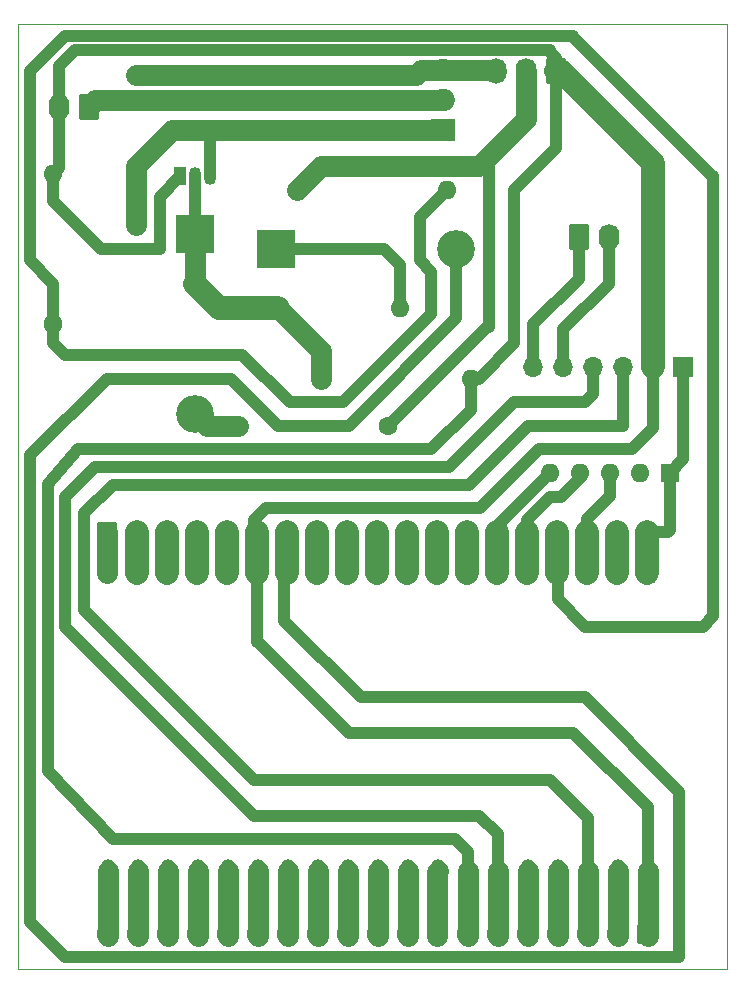
<source format=gbr>
%TF.GenerationSoftware,KiCad,Pcbnew,8.0.8-8.0.8-0~ubuntu22.04.1*%
%TF.CreationDate,2025-02-12T21:06:57+01:00*%
%TF.ProjectId,BrakeOutBoard,4272616b-654f-4757-9442-6f6172642e6b,rev?*%
%TF.SameCoordinates,Original*%
%TF.FileFunction,Profile,NP*%
%FSLAX46Y46*%
G04 Gerber Fmt 4.6, Leading zero omitted, Abs format (unit mm)*
G04 Created by KiCad (PCBNEW 8.0.8-8.0.8-0~ubuntu22.04.1) date 2025-02-12 21:06:57*
%MOMM*%
%LPD*%
G01*
G04 APERTURE LIST*
G04 Aperture macros list*
%AMRoundRect*
0 Rectangle with rounded corners*
0 $1 Rounding radius*
0 $2 $3 $4 $5 $6 $7 $8 $9 X,Y pos of 4 corners*
0 Add a 4 corners polygon primitive as box body*
4,1,4,$2,$3,$4,$5,$6,$7,$8,$9,$2,$3,0*
0 Add four circle primitives for the rounded corners*
1,1,$1+$1,$2,$3*
1,1,$1+$1,$4,$5*
1,1,$1+$1,$6,$7*
1,1,$1+$1,$8,$9*
0 Add four rect primitives between the rounded corners*
20,1,$1+$1,$2,$3,$4,$5,0*
20,1,$1+$1,$4,$5,$6,$7,0*
20,1,$1+$1,$6,$7,$8,$9,0*
20,1,$1+$1,$8,$9,$2,$3,0*%
G04 Aperture macros list end*
%TA.AperFunction,Profile*%
%ADD10C,0.050000*%
%TD*%
%TA.AperFunction,ComponentPad*%
%ADD11RoundRect,0.250000X-0.620000X-0.845000X0.620000X-0.845000X0.620000X0.845000X-0.620000X0.845000X0*%
%TD*%
%TA.AperFunction,ComponentPad*%
%ADD12O,1.740000X2.190000*%
%TD*%
%TA.AperFunction,ComponentPad*%
%ADD13R,1.050000X1.500000*%
%TD*%
%TA.AperFunction,ComponentPad*%
%ADD14O,1.050000X1.500000*%
%TD*%
%TA.AperFunction,ComponentPad*%
%ADD15C,1.600000*%
%TD*%
%TA.AperFunction,ComponentPad*%
%ADD16O,1.600000X1.600000*%
%TD*%
%TA.AperFunction,ComponentPad*%
%ADD17R,3.200000X3.200000*%
%TD*%
%TA.AperFunction,ComponentPad*%
%ADD18O,3.200000X3.200000*%
%TD*%
%TA.AperFunction,ComponentPad*%
%ADD19R,2.000000X1.905000*%
%TD*%
%TA.AperFunction,ComponentPad*%
%ADD20O,2.000000X1.905000*%
%TD*%
%TA.AperFunction,ComponentPad*%
%ADD21R,1.700000X1.700000*%
%TD*%
%TA.AperFunction,ComponentPad*%
%ADD22O,1.700000X1.700000*%
%TD*%
%TA.AperFunction,ComponentPad*%
%ADD23RoundRect,0.250000X-0.620000X-0.620000X0.620000X-0.620000X0.620000X0.620000X-0.620000X0.620000X0*%
%TD*%
%TA.AperFunction,ComponentPad*%
%ADD24C,1.740000*%
%TD*%
%TA.AperFunction,ComponentPad*%
%ADD25RoundRect,0.250000X0.620000X0.845000X-0.620000X0.845000X-0.620000X-0.845000X0.620000X-0.845000X0*%
%TD*%
%TA.AperFunction,ComponentPad*%
%ADD26R,1.600000X1.600000*%
%TD*%
%TA.AperFunction,ComponentPad*%
%ADD27R,1.200000X2.000000*%
%TD*%
%TA.AperFunction,ComponentPad*%
%ADD28O,1.200000X2.000000*%
%TD*%
%TA.AperFunction,ComponentPad*%
%ADD29RoundRect,0.250000X0.620000X0.620000X-0.620000X0.620000X-0.620000X-0.620000X0.620000X-0.620000X0*%
%TD*%
%TA.AperFunction,Conductor*%
%ADD30C,1.800000*%
%TD*%
%TA.AperFunction,Conductor*%
%ADD31C,2.000000*%
%TD*%
%TA.AperFunction,Conductor*%
%ADD32C,1.000000*%
%TD*%
G04 APERTURE END LIST*
D10*
X50000000Y-50000000D02*
X110000000Y-50000000D01*
X110000000Y-130000000D01*
X50000000Y-130000000D01*
X50000000Y-50000000D01*
D11*
%TO.P,J4,1,Pin_1*%
%TO.N,Net-(J3-Pin_6)*%
X97460000Y-68000000D03*
D12*
%TO.P,J4,2,Pin_2*%
%TO.N,Net-(J3-Pin_5)*%
X100000000Y-68000000D03*
%TD*%
D13*
%TO.P,Q2,1,E*%
%TO.N,GND*%
X63730000Y-62860000D03*
D14*
%TO.P,Q2,2,B*%
%TO.N,Net-(D1-K)*%
X65000000Y-62860000D03*
%TO.P,Q2,3,C*%
%TO.N,Net-(Q1-G)*%
X66270000Y-62860000D03*
%TD*%
D15*
%TO.P,R3,1*%
%TO.N,/K30*%
X60000000Y-54300000D03*
D16*
%TO.P,R3,2*%
%TO.N,Net-(Q1-G)*%
X60000000Y-67000000D03*
%TD*%
D17*
%TO.P,D1,1,K*%
%TO.N,Net-(D1-K)*%
X65000000Y-67760000D03*
D18*
%TO.P,D1,2,A*%
%TO.N,Net-(D1-A)*%
X65000000Y-83000000D03*
%TD*%
D19*
%TO.P,Q1,1,G*%
%TO.N,Net-(Q1-G)*%
X86000000Y-59000000D03*
D20*
%TO.P,Q1,2,D*%
%TO.N,/12 V out*%
X86000000Y-56460000D03*
%TO.P,Q1,3,S*%
%TO.N,/K30*%
X86000000Y-53920000D03*
%TD*%
D15*
%TO.P,R6,1*%
%TO.N,Net-(D1-K)*%
X69650000Y-74000000D03*
D16*
%TO.P,R6,2*%
%TO.N,Net-(D2-K)*%
X82350000Y-74000000D03*
%TD*%
D21*
%TO.P,J3,1,Pin_1*%
%TO.N,Net-(ESP1-3V3)*%
X106325000Y-79025000D03*
D22*
%TO.P,J3,2,Pin_2*%
%TO.N,GND*%
X103785000Y-79025000D03*
%TO.P,J3,3,Pin_3*%
%TO.N,Net-(ESP1-GPIO22)*%
X101245000Y-79025000D03*
%TO.P,J3,4,Pin_4*%
%TO.N,Net-(ESP1-GPIO21)*%
X98705000Y-79025000D03*
%TO.P,J3,5,Pin_5*%
%TO.N,Net-(J3-Pin_5)*%
X96165000Y-79025000D03*
%TO.P,J3,6,Pin_6*%
%TO.N,Net-(J3-Pin_6)*%
X93625000Y-79025000D03*
%TD*%
D15*
%TO.P,R2,1*%
%TO.N,/K15*%
X73650000Y-64000000D03*
D16*
%TO.P,R2,2*%
%TO.N,/Volt Measurement*%
X86350000Y-64000000D03*
%TD*%
D23*
%TO.P,ESP32_1,1,Pin_1*%
%TO.N,Net-(ESP1-5V)*%
X57500000Y-93000000D03*
D24*
%TO.P,ESP32_1,2,Pin_2*%
%TO.N,Net-(ESP1-CMD)*%
X60040000Y-93000000D03*
%TO.P,ESP32_1,3,Pin_3*%
%TO.N,Net-(ESP1-SD_DATA3{slash}GPIO10)*%
X62580000Y-93000000D03*
%TO.P,ESP32_1,4,Pin_4*%
%TO.N,Net-(ESP1-SD_DATA2{slash}GPIO9)*%
X65120000Y-93000000D03*
%TO.P,ESP32_1,5,Pin_5*%
%TO.N,Net-(ESP1-MTCK{slash}GPIO13{slash}ADC2_CH4)*%
X67660000Y-93000000D03*
%TO.P,ESP32_1,6,Pin_6*%
%TO.N,GND*%
X70200000Y-93000000D03*
%TO.P,ESP32_1,7,Pin_7*%
%TO.N,/Stay On*%
X72740000Y-93000000D03*
%TO.P,ESP32_1,8,Pin_8*%
%TO.N,Net-(ESP1-MTMS{slash}GPIO14{slash}ADC2_CH6)*%
X75280000Y-93000000D03*
%TO.P,ESP32_1,9,Pin_9*%
%TO.N,Net-(ESP1-ADC2_CH7{slash}GPIO27)*%
X77820000Y-93000000D03*
%TO.P,ESP32_1,10,Pin_10*%
%TO.N,Net-(ESP1-DAC_2{slash}ADC2_CH9{slash}GPIO26)*%
X80360000Y-93000000D03*
%TO.P,ESP32_1,11,Pin_11*%
%TO.N,Net-(ESP1-DAC_1{slash}ADC2_CH8{slash}GPIO25)*%
X82900000Y-93000000D03*
%TO.P,ESP32_1,12,Pin_12*%
%TO.N,Net-(ESP1-32K_XN{slash}GPIO33{slash}ADC1_CH5)*%
X85440000Y-93000000D03*
%TO.P,ESP32_1,13,Pin_13*%
%TO.N,Net-(ESP1-32K_XP{slash}GPIO32{slash}ADC1_CH4)*%
X87980000Y-93000000D03*
%TO.P,ESP32_1,14,Pin_14*%
%TO.N,Pin 22 (motor cap)*%
X90520000Y-93000000D03*
%TO.P,ESP32_1,15,Pin_15*%
%TO.N,Pin 7 (brake pad)*%
X93060000Y-93000000D03*
%TO.P,ESP32_1,16,Pin_16*%
%TO.N,/Volt Measurement*%
X95600000Y-93000000D03*
%TO.P,ESP32_1,17,Pin_17*%
%TO.N,Net-(ESP1-SENSOR_VP{slash}GPIO36{slash}ADC1_CH0)*%
X98140000Y-93000000D03*
%TO.P,ESP32_1,18,Pin_18*%
%TO.N,Net-(ESP1-RESET)*%
X100680000Y-93000000D03*
%TO.P,ESP32_1,19,Pin_19*%
%TO.N,Net-(ESP1-3V3)*%
X103220000Y-93000000D03*
%TD*%
D15*
%TO.P,R5,1*%
%TO.N,Net-(D1-K)*%
X75650000Y-80000000D03*
D16*
%TO.P,R5,2*%
%TO.N,GND*%
X88350000Y-80000000D03*
%TD*%
D25*
%TO.P,J5,1,Pin_1*%
%TO.N,/12 V out*%
X56000000Y-57000000D03*
D12*
%TO.P,J5,2,Pin_2*%
%TO.N,GND*%
X53460000Y-57000000D03*
%TD*%
D25*
%TO.P,J2,1,Pin_1*%
%TO.N,GND*%
X95540000Y-54000000D03*
D12*
%TO.P,J2,2,Pin_2*%
%TO.N,/K15*%
X93000000Y-54000000D03*
%TO.P,J2,3,Pin_3*%
%TO.N,/K30*%
X90460000Y-54000000D03*
%TD*%
D26*
%TO.P,RN1,1,common*%
%TO.N,Net-(ESP1-3V3)*%
X105160000Y-88000000D03*
D16*
%TO.P,RN1,2,R1*%
%TO.N,unconnected-(RN1-R1-Pad2)*%
X102620000Y-88000000D03*
%TO.P,RN1,3,R2*%
%TO.N,Net-(ESP1-SENSOR_VP{slash}GPIO36{slash}ADC1_CH0)*%
X100080000Y-88000000D03*
%TO.P,RN1,4,R3*%
%TO.N,Pin 7 (brake pad)*%
X97540000Y-88000000D03*
%TO.P,RN1,5,R4*%
%TO.N,Pin 22 (motor cap)*%
X95000000Y-88000000D03*
%TD*%
D17*
%TO.P,D2,1,K*%
%TO.N,Net-(D2-K)*%
X71880000Y-69000000D03*
D18*
%TO.P,D2,2,A*%
%TO.N,/Stay On*%
X87120000Y-69000000D03*
%TD*%
D15*
%TO.P,R4,1*%
%TO.N,/Volt Measurement*%
X53000000Y-75350000D03*
D16*
%TO.P,R4,2*%
%TO.N,GND*%
X53000000Y-62650000D03*
%TD*%
D27*
%TO.P,ESP1,1,3V3*%
%TO.N,Net-(ESP1-3V3)*%
X103300000Y-96300000D03*
D28*
%TO.P,ESP1,2,RESET*%
%TO.N,Net-(ESP1-RESET)*%
X100760000Y-96300000D03*
%TO.P,ESP1,3,SENSOR_VP/GPIO36/ADC1_CH0*%
%TO.N,Net-(ESP1-SENSOR_VP{slash}GPIO36{slash}ADC1_CH0)*%
X98220000Y-96300000D03*
%TO.P,ESP1,4,SENSOR_VN/GPIO39/ADC1_CH3*%
%TO.N,/Volt Measurement*%
X95680000Y-96300000D03*
%TO.P,ESP1,5,VDET_1/GPIO34/ADC1_CH6*%
%TO.N,Pin 7 (brake pad)*%
X93140000Y-96300000D03*
%TO.P,ESP1,6,VDET_2/GPIO35/ADC1_CH7*%
%TO.N,Pin 22 (motor cap)*%
X90600000Y-96300000D03*
%TO.P,ESP1,7,32K_XP/GPIO32/ADC1_CH4*%
%TO.N,Net-(ESP1-32K_XP{slash}GPIO32{slash}ADC1_CH4)*%
X88060000Y-96300000D03*
%TO.P,ESP1,8,32K_XN/GPIO33/ADC1_CH5*%
%TO.N,Net-(ESP1-32K_XN{slash}GPIO33{slash}ADC1_CH5)*%
X85520000Y-96300000D03*
%TO.P,ESP1,9,DAC_1/ADC2_CH8/GPIO25*%
%TO.N,Net-(ESP1-DAC_1{slash}ADC2_CH8{slash}GPIO25)*%
X82980000Y-96300000D03*
%TO.P,ESP1,10,DAC_2/ADC2_CH9/GPIO26*%
%TO.N,Net-(ESP1-DAC_2{slash}ADC2_CH9{slash}GPIO26)*%
X80440000Y-96300000D03*
%TO.P,ESP1,11,ADC2_CH7/GPIO27*%
%TO.N,Net-(ESP1-ADC2_CH7{slash}GPIO27)*%
X77900000Y-96300000D03*
%TO.P,ESP1,12,MTMS/GPIO14/ADC2_CH6*%
%TO.N,Net-(ESP1-MTMS{slash}GPIO14{slash}ADC2_CH6)*%
X75360000Y-96300000D03*
%TO.P,ESP1,13,MTDI/GPIO12/ADC2_CH5*%
%TO.N,/Stay On*%
X72820000Y-96300000D03*
%TO.P,ESP1,14,GND*%
%TO.N,GND*%
X70280000Y-96300000D03*
%TO.P,ESP1,15,MTCK/GPIO13/ADC2_CH4*%
%TO.N,Net-(ESP1-MTCK{slash}GPIO13{slash}ADC2_CH4)*%
X67740000Y-96300000D03*
%TO.P,ESP1,16,SD_DATA2/GPIO9*%
%TO.N,Net-(ESP1-SD_DATA2{slash}GPIO9)*%
X65200000Y-96300000D03*
%TO.P,ESP1,17,SD_DATA3/GPIO10*%
%TO.N,Net-(ESP1-SD_DATA3{slash}GPIO10)*%
X62660000Y-96300000D03*
%TO.P,ESP1,18,CMD*%
%TO.N,Net-(ESP1-CMD)*%
X60120000Y-96300000D03*
%TO.P,ESP1,19,5V*%
%TO.N,Net-(ESP1-5V)*%
X57580000Y-96300000D03*
%TO.P,ESP1,20,SD_CLK/GPIO6*%
%TO.N,Net-(ESP1-SD_CLK{slash}GPIO6)*%
X57582720Y-121696320D03*
%TO.P,ESP1,21,SD_DATA0/GPIO7*%
%TO.N,Net-(ESP1-SD_DATA0{slash}GPIO7)*%
X60122720Y-121696320D03*
%TO.P,ESP1,22,SD_DATA1/GPIO8*%
%TO.N,Net-(ESP1-SD_DATA1{slash}GPIO8)*%
X62660000Y-121700000D03*
%TO.P,ESP1,23,MTDO/GPIO15/ADC2_CH3*%
%TO.N,Net-(ESP1-MTDO{slash}GPIO15{slash}ADC2_CH3)*%
X65200000Y-121700000D03*
%TO.P,ESP1,24,ADC2_CH2/GPIO2*%
%TO.N,Net-(ESP1-ADC2_CH2{slash}GPIO2)*%
X67740000Y-121700000D03*
%TO.P,ESP1,25,GPIO0/BOOT/ADC2_CH1*%
%TO.N,Net-(ESP1-GPIO0{slash}BOOT{slash}ADC2_CH1)*%
X70280000Y-121700000D03*
%TO.P,ESP1,26,ADC2_CH0/GPIO4*%
%TO.N,Net-(ESP1-ADC2_CH0{slash}GPIO4)*%
X72820000Y-121700000D03*
%TO.P,ESP1,27,GPIO16*%
%TO.N,Net-(ESP1-GPIO16)*%
X75360000Y-121700000D03*
%TO.P,ESP1,28,GPIO17*%
%TO.N,Net-(ESP1-GPIO17)*%
X77900000Y-121700000D03*
%TO.P,ESP1,29,GPIO5*%
%TO.N,Net-(ESP1-GPIO5)*%
X80440000Y-121700000D03*
%TO.P,ESP1,30,GPIO18*%
%TO.N,Net-(ESP1-GPIO18)*%
X82980000Y-121700000D03*
%TO.P,ESP1,31,GPIO19*%
%TO.N,Net-(ESP1-GPIO19)*%
X85520000Y-121700000D03*
%TO.P,ESP1,32,GND*%
%TO.N,GND*%
X88060000Y-121700000D03*
%TO.P,ESP1,33,GPIO21*%
%TO.N,Net-(ESP1-GPIO21)*%
X90600000Y-121700000D03*
%TO.P,ESP1,34,U0RXD/GPIO3*%
%TO.N,Net-(ESP1-U0RXD{slash}GPIO3)*%
X93140000Y-121700000D03*
%TO.P,ESP1,35,U0TXD/GPIO1*%
%TO.N,Net-(ESP1-U0TXD{slash}GPIO1)*%
X95680000Y-121700000D03*
%TO.P,ESP1,36,GPIO22*%
%TO.N,Net-(ESP1-GPIO22)*%
X98220000Y-121700000D03*
%TO.P,ESP1,37,GPIO23*%
%TO.N,Net-(ESP1-GPIO23)*%
X100760000Y-121700000D03*
%TO.P,ESP1,38,GND*%
%TO.N,GND*%
X103300000Y-121700000D03*
%TD*%
D15*
%TO.P,R1,1*%
%TO.N,/K15*%
X81350000Y-84000000D03*
D16*
%TO.P,R1,2*%
%TO.N,Net-(D1-A)*%
X68650000Y-84000000D03*
%TD*%
D29*
%TO.P,ESP32_2,1,Pin_1*%
%TO.N,GND*%
X103250000Y-127000000D03*
D24*
%TO.P,ESP32_2,2,Pin_2*%
%TO.N,Net-(ESP1-GPIO23)*%
X100710000Y-127000000D03*
%TO.P,ESP32_2,3,Pin_3*%
%TO.N,Net-(ESP1-GPIO22)*%
X98170000Y-127000000D03*
%TO.P,ESP32_2,4,Pin_4*%
%TO.N,Net-(ESP1-U0TXD{slash}GPIO1)*%
X95630000Y-127000000D03*
%TO.P,ESP32_2,5,Pin_5*%
%TO.N,Net-(ESP1-U0RXD{slash}GPIO3)*%
X93090000Y-127000000D03*
%TO.P,ESP32_2,6,Pin_6*%
%TO.N,Net-(ESP1-GPIO21)*%
X90550000Y-127000000D03*
%TO.P,ESP32_2,7,Pin_7*%
%TO.N,GND*%
X88010000Y-127000000D03*
%TO.P,ESP32_2,8,Pin_8*%
%TO.N,Net-(ESP1-GPIO19)*%
X85470000Y-127000000D03*
%TO.P,ESP32_2,9,Pin_9*%
%TO.N,Net-(ESP1-GPIO18)*%
X82930000Y-127000000D03*
%TO.P,ESP32_2,10,Pin_10*%
%TO.N,Net-(ESP1-GPIO5)*%
X80390000Y-127000000D03*
%TO.P,ESP32_2,11,Pin_11*%
%TO.N,Net-(ESP1-GPIO17)*%
X77850000Y-127000000D03*
%TO.P,ESP32_2,12,Pin_12*%
%TO.N,Net-(ESP1-GPIO16)*%
X75310000Y-127000000D03*
%TO.P,ESP32_2,13,Pin_13*%
%TO.N,Net-(ESP1-ADC2_CH0{slash}GPIO4)*%
X72770000Y-127000000D03*
%TO.P,ESP32_2,14,Pin_14*%
%TO.N,Net-(ESP1-GPIO0{slash}BOOT{slash}ADC2_CH1)*%
X70230000Y-127000000D03*
%TO.P,ESP32_2,15,Pin_15*%
%TO.N,Net-(ESP1-ADC2_CH2{slash}GPIO2)*%
X67690000Y-127000000D03*
%TO.P,ESP32_2,16,Pin_16*%
%TO.N,Net-(ESP1-MTDO{slash}GPIO15{slash}ADC2_CH3)*%
X65150000Y-127000000D03*
%TO.P,ESP32_2,17,Pin_17*%
%TO.N,Net-(ESP1-SD_DATA1{slash}GPIO8)*%
X62610000Y-127000000D03*
%TO.P,ESP32_2,18,Pin_18*%
%TO.N,Net-(ESP1-SD_DATA0{slash}GPIO7)*%
X60070000Y-127000000D03*
%TO.P,ESP32_2,19,Pin_19*%
%TO.N,Net-(ESP1-SD_CLK{slash}GPIO6)*%
X57530000Y-127000000D03*
%TD*%
D30*
%TO.N,Net-(D1-A)*%
X68650000Y-84000000D02*
X66000000Y-84000000D01*
X66000000Y-84000000D02*
X65000000Y-83000000D01*
D31*
%TO.N,Net-(D1-K)*%
X72000000Y-74000000D02*
X69650000Y-74000000D01*
D30*
X75650000Y-77650000D02*
X75650000Y-80000000D01*
D32*
X65000000Y-62860000D02*
X65000000Y-67880000D01*
D31*
X67000000Y-74000000D02*
X69650000Y-74000000D01*
D30*
X65000000Y-72000000D02*
X65000000Y-67760000D01*
D31*
X67000000Y-74000000D02*
X65000000Y-72000000D01*
D30*
X72000000Y-74000000D02*
X75650000Y-77650000D01*
D32*
%TO.N,Net-(D2-K)*%
X82350000Y-74000000D02*
X82350000Y-70350000D01*
X81000000Y-69000000D02*
X71880000Y-69000000D01*
X82350000Y-70350000D02*
X81000000Y-69000000D01*
D30*
%TO.N,Net-(Q1-G)*%
X86000000Y-59000000D02*
X63000000Y-59000000D01*
D32*
X66270000Y-62860000D02*
X66270000Y-59230000D01*
D30*
X63000000Y-59000000D02*
X60000000Y-62000000D01*
X60000000Y-62000000D02*
X60000000Y-67000000D01*
D32*
%TO.N,/Stay On*%
X78000000Y-84000000D02*
X87120000Y-74880000D01*
X57500000Y-80000000D02*
X68000000Y-80000000D01*
X72540000Y-100540000D02*
X79000000Y-107000000D01*
X54000000Y-129000000D02*
X51000000Y-126000000D01*
X51000000Y-86500000D02*
X57500000Y-80000000D01*
X87120000Y-74880000D02*
X87120000Y-69000000D01*
X72000000Y-84000000D02*
X78000000Y-84000000D01*
X51000000Y-126000000D02*
X51000000Y-86500000D01*
X98000000Y-107000000D02*
X106000000Y-115000000D01*
X106000000Y-129000000D02*
X54000000Y-129000000D01*
X72540000Y-96300000D02*
X72540000Y-100540000D01*
X106000000Y-115000000D02*
X106000000Y-129000000D01*
X79000000Y-107000000D02*
X98000000Y-107000000D01*
D31*
X72740000Y-93000000D02*
X72740000Y-96500000D01*
D32*
X68000000Y-80000000D02*
X72000000Y-84000000D01*
D31*
%TO.N,Net-(ESP1-ADC2_CH7{slash}GPIO27)*%
X77820000Y-93000000D02*
X77820000Y-96500000D01*
%TO.N,Net-(ESP1-SD_DATA3{slash}GPIO10)*%
X62580000Y-93000000D02*
X62580000Y-96500000D01*
D30*
%TO.N,Net-(ESP1-MTDO{slash}GPIO15{slash}ADC2_CH3)*%
X65200000Y-121700000D02*
X65200000Y-127200000D01*
%TO.N,Net-(ESP1-GPIO16)*%
X75360000Y-121700000D02*
X75360000Y-127200000D01*
D31*
%TO.N,GND*%
X70200000Y-93000000D02*
X70200000Y-96500000D01*
X96000000Y-54000000D02*
X95540000Y-54000000D01*
D32*
X88060000Y-120060000D02*
X87000000Y-119000000D01*
X95540000Y-60460000D02*
X95540000Y-54000000D01*
X62000000Y-64590000D02*
X63730000Y-62860000D01*
X103300000Y-116300000D02*
X103300000Y-121700000D01*
X95540000Y-54000000D02*
X95540000Y-52905000D01*
X54800000Y-52200000D02*
X94835000Y-52200000D01*
X55102944Y-86000000D02*
X85000000Y-86000000D01*
X89091168Y-91000000D02*
X71000000Y-91000000D01*
X88060000Y-121700000D02*
X88060000Y-120060000D01*
D30*
X88060000Y-121700000D02*
X88060000Y-127200000D01*
D32*
X102000000Y-86000000D02*
X94091168Y-86000000D01*
X92000000Y-64000000D02*
X95540000Y-60460000D01*
X88350000Y-82650000D02*
X88350000Y-80000000D01*
X70280000Y-102280000D02*
X78000000Y-110000000D01*
X54800000Y-52200000D02*
X53460000Y-53540000D01*
X53460000Y-62190000D02*
X53000000Y-62650000D01*
X52500000Y-88902944D02*
X55102944Y-86000000D01*
X70200000Y-102280000D02*
X70200000Y-96300000D01*
X103785000Y-79025000D02*
X103785000Y-84215000D01*
X57000000Y-69000000D02*
X53000000Y-65000000D01*
X62000000Y-69000000D02*
X62000000Y-64590000D01*
X71000000Y-91000000D02*
X70000000Y-92000000D01*
X94835000Y-52200000D02*
X95000000Y-52200000D01*
X95540000Y-52905000D02*
X94835000Y-52200000D01*
X89000000Y-80000000D02*
X92000000Y-77000000D01*
X53460000Y-57000000D02*
X53460000Y-62190000D01*
X53000000Y-65000000D02*
X53000000Y-62650000D01*
X78000000Y-110000000D02*
X97000000Y-110000000D01*
X97000000Y-110000000D02*
X103300000Y-116300000D01*
X52500000Y-113200000D02*
X52500000Y-88902944D01*
X70000000Y-92000000D02*
X70000000Y-92800000D01*
D30*
X103300000Y-121700000D02*
X103300000Y-127200000D01*
D32*
X87000000Y-119000000D02*
X58000000Y-119000000D01*
X92000000Y-77000000D02*
X92000000Y-64000000D01*
X53460000Y-53540000D02*
X53460000Y-57000000D01*
D31*
X103785000Y-79025000D02*
X103785000Y-61785000D01*
D32*
X58000000Y-119000000D02*
X52500000Y-113200000D01*
X103785000Y-84215000D02*
X102000000Y-86000000D01*
X94091168Y-86000000D02*
X89091168Y-91000000D01*
D31*
X103785000Y-61785000D02*
X96000000Y-54000000D01*
D32*
X88350000Y-80000000D02*
X89000000Y-80000000D01*
X85000000Y-86000000D02*
X88350000Y-82650000D01*
X57000000Y-69000000D02*
X62000000Y-69000000D01*
D30*
%TO.N,Net-(ESP1-GPIO5)*%
X80440000Y-121700000D02*
X80440000Y-127200000D01*
D31*
%TO.N,Net-(ESP1-SD_DATA2{slash}GPIO9)*%
X65120000Y-93000000D02*
X65120000Y-96500000D01*
D30*
%TO.N,Net-(ESP1-SD_DATA1{slash}GPIO8)*%
X62660000Y-121700000D02*
X62660000Y-127200000D01*
%TO.N,Net-(ESP1-GPIO17)*%
X77900000Y-121700000D02*
X77900000Y-127200000D01*
D32*
%TO.N,Pin 22 (motor cap)*%
X95000000Y-88000000D02*
X90520000Y-92480000D01*
D31*
X90520000Y-93000000D02*
X90520000Y-96500000D01*
D32*
X90520000Y-92480000D02*
X90520000Y-93000000D01*
D30*
%TO.N,Net-(ESP1-U0TXD{slash}GPIO1)*%
X95680000Y-121700000D02*
X95680000Y-127200000D01*
%TO.N,Net-(ESP1-SD_DATA0{slash}GPIO7)*%
X60122720Y-121696320D02*
X60122720Y-127200000D01*
%TO.N,Net-(ESP1-GPIO18)*%
X82980000Y-121700000D02*
X82980000Y-127200000D01*
%TO.N,Net-(ESP1-5V)*%
X57500000Y-93000000D02*
X57500000Y-96500000D01*
D31*
%TO.N,Pin 7 (brake pad)*%
X93060000Y-93000000D02*
X93060000Y-96500000D01*
D32*
X97540000Y-88460000D02*
X96000000Y-90000000D01*
X96000000Y-90000000D02*
X95030000Y-90000000D01*
X93060000Y-91970000D02*
X93060000Y-93000000D01*
X97540000Y-88000000D02*
X97540000Y-88460000D01*
X95030000Y-90000000D02*
X93060000Y-91970000D01*
D30*
%TO.N,Net-(ESP1-GPIO0{slash}BOOT{slash}ADC2_CH1)*%
X70280000Y-121700000D02*
X70280000Y-127200000D01*
D32*
%TO.N,/Volt Measurement*%
X108875000Y-62937500D02*
X97000000Y-51062500D01*
X95680000Y-98680000D02*
X98000000Y-101000000D01*
D31*
X95600000Y-93000000D02*
X95600000Y-96500000D01*
D32*
X84000000Y-66350000D02*
X86350000Y-64000000D01*
X51000000Y-54000000D02*
X51000000Y-70000000D01*
X73000000Y-82000000D02*
X77500000Y-82000000D01*
X69000000Y-78000000D02*
X73000000Y-82000000D01*
X97000000Y-51000000D02*
X54000000Y-51000000D01*
X85000000Y-71000000D02*
X84000000Y-70000000D01*
X53000000Y-77000000D02*
X54000000Y-78000000D01*
X98000000Y-101000000D02*
X108000000Y-101000000D01*
X84000000Y-70000000D02*
X84000000Y-66350000D01*
X77500000Y-82000000D02*
X85000000Y-74500000D01*
X54000000Y-51000000D02*
X51000000Y-54000000D01*
X54000000Y-78000000D02*
X69000000Y-78000000D01*
X53000000Y-75350000D02*
X53000000Y-72000000D01*
X53000000Y-75350000D02*
X53000000Y-77000000D01*
X53000000Y-72000000D02*
X51000000Y-70000000D01*
X108875000Y-100125000D02*
X108875000Y-62875000D01*
X95680000Y-96300000D02*
X95680000Y-98680000D01*
X85000000Y-74500000D02*
X85000000Y-71000000D01*
X108000000Y-101000000D02*
X108875000Y-100125000D01*
D31*
%TO.N,Net-(ESP1-MTCK{slash}GPIO13{slash}ADC2_CH4)*%
X67660000Y-93000000D02*
X67660000Y-96500000D01*
D30*
%TO.N,Net-(ESP1-ADC2_CH2{slash}GPIO2)*%
X67740000Y-121700000D02*
X67740000Y-127200000D01*
D31*
%TO.N,Net-(ESP1-DAC_1{slash}ADC2_CH8{slash}GPIO25)*%
X82900000Y-93000000D02*
X82900000Y-96500000D01*
%TO.N,Net-(ESP1-RESET)*%
X100680000Y-93000000D02*
X100680000Y-96500000D01*
D30*
%TO.N,Net-(ESP1-GPIO19)*%
X85440001Y-121779999D02*
X85440001Y-127200000D01*
X85520000Y-121700000D02*
X85440001Y-121779999D01*
%TO.N,Net-(ESP1-SD_CLK{slash}GPIO6)*%
X57582720Y-121696320D02*
X57582720Y-127200000D01*
D31*
%TO.N,Net-(ESP1-32K_XP{slash}GPIO32{slash}ADC1_CH4)*%
X87980000Y-93000000D02*
X87980000Y-96500000D01*
D32*
%TO.N,Net-(ESP1-SENSOR_VP{slash}GPIO36{slash}ADC1_CH0)*%
X100080000Y-89920000D02*
X100080000Y-88000000D01*
D31*
X98140000Y-93000000D02*
X98140000Y-96500000D01*
D32*
X98140000Y-93000000D02*
X98140000Y-91860000D01*
X98140000Y-91860000D02*
X100080000Y-89920000D01*
D31*
%TO.N,Net-(ESP1-CMD)*%
X60040000Y-93000000D02*
X60040000Y-96500000D01*
%TO.N,Net-(ESP1-MTMS{slash}GPIO14{slash}ADC2_CH6)*%
X75280000Y-93000000D02*
X75280000Y-96500000D01*
D30*
%TO.N,Net-(ESP1-GPIO23)*%
X100760000Y-121700000D02*
X100760000Y-127200000D01*
D31*
%TO.N,Net-(ESP1-32K_XN{slash}GPIO33{slash}ADC1_CH5)*%
X85440000Y-93000000D02*
X85440000Y-96500000D01*
%TO.N,Net-(ESP1-DAC_2{slash}ADC2_CH9{slash}GPIO26)*%
X80360000Y-93000000D02*
X80360000Y-96500000D01*
D30*
%TO.N,Net-(ESP1-U0RXD{slash}GPIO3)*%
X93140000Y-121700000D02*
X93140000Y-127200000D01*
%TO.N,Net-(ESP1-ADC2_CH0{slash}GPIO4)*%
X72820000Y-121700000D02*
X72820000Y-127200000D01*
D32*
%TO.N,Net-(ESP1-3V3)*%
X105160000Y-88000000D02*
X106325000Y-86835000D01*
X106325000Y-86835000D02*
X106325000Y-79025000D01*
X105000000Y-93000000D02*
X105160000Y-92840000D01*
X103220000Y-93000000D02*
X105000000Y-93000000D01*
D31*
X103220000Y-93000000D02*
X103220000Y-96500000D01*
D32*
X105160000Y-92840000D02*
X105160000Y-88000000D01*
%TO.N,Net-(ESP1-GPIO21)*%
X98705000Y-79025000D02*
X98705000Y-81295000D01*
X54000000Y-101000000D02*
X70000000Y-117000000D01*
X56500000Y-87500000D02*
X86500000Y-87500000D01*
X90600000Y-118600000D02*
X90600000Y-121700000D01*
X98000000Y-82000000D02*
X92000000Y-82000000D01*
X54000000Y-90000000D02*
X56500000Y-87500000D01*
X70000000Y-117000000D02*
X89000000Y-117000000D01*
X54000000Y-90000000D02*
X54000000Y-101000000D01*
X92000000Y-82000000D02*
X86500000Y-87500000D01*
X89000000Y-117000000D02*
X90600000Y-118600000D01*
X98705000Y-81295000D02*
X98000000Y-82000000D01*
D30*
X90600000Y-121700000D02*
X90600000Y-127200000D01*
D32*
%TO.N,Net-(ESP1-GPIO22)*%
X93197056Y-84000000D02*
X101200000Y-84000000D01*
X101245000Y-83955000D02*
X101245000Y-79025000D01*
X98220000Y-117220000D02*
X95000000Y-114000000D01*
X98220000Y-121700000D02*
X98220000Y-117220000D01*
D30*
X98220000Y-121700000D02*
X98220000Y-127200000D01*
D32*
X101200000Y-84000000D02*
X101245000Y-83955000D01*
X70000000Y-114000000D02*
X55600000Y-99600000D01*
X88197056Y-89000000D02*
X93197056Y-84000000D01*
X55600000Y-99600000D02*
X55600000Y-91400000D01*
X95000000Y-114000000D02*
X70000000Y-114000000D01*
X55600000Y-91400000D02*
X58000000Y-89000000D01*
X58000000Y-89000000D02*
X88197056Y-89000000D01*
D30*
%TO.N,/K30*%
X83700000Y-54300000D02*
X60000000Y-54300000D01*
X84080000Y-53920000D02*
X83700000Y-54300000D01*
X86000000Y-53920000D02*
X90380000Y-53920000D01*
X86000000Y-53920000D02*
X84080000Y-53920000D01*
X90380000Y-53920000D02*
X90460000Y-54000000D01*
%TO.N,/K15*%
X93000000Y-58000000D02*
X93000000Y-54000000D01*
X89840000Y-61160000D02*
X89000000Y-62000000D01*
X89000000Y-62000000D02*
X75650000Y-62000000D01*
X75650000Y-62000000D02*
X73650000Y-64000000D01*
D32*
X89840000Y-75660000D02*
X89840000Y-61160000D01*
D30*
X89840000Y-61160000D02*
X93000000Y-58000000D01*
D32*
X89690000Y-75660000D02*
X81350000Y-84000000D01*
%TO.N,Net-(J3-Pin_6)*%
X97460000Y-71540000D02*
X97460000Y-68000000D01*
X93625000Y-79000000D02*
X93625000Y-75375000D01*
X93625000Y-75375000D02*
X97460000Y-71540000D01*
%TO.N,Net-(J3-Pin_5)*%
X96165000Y-75835000D02*
X100000000Y-72000000D01*
X100000000Y-72000000D02*
X100000000Y-68000000D01*
X96165000Y-79000000D02*
X96165000Y-75835000D01*
D30*
%TO.N,/12 V out*%
X86000000Y-56460000D02*
X56540000Y-56460000D01*
X56540000Y-56460000D02*
X56000000Y-57000000D01*
%TD*%
M02*

</source>
